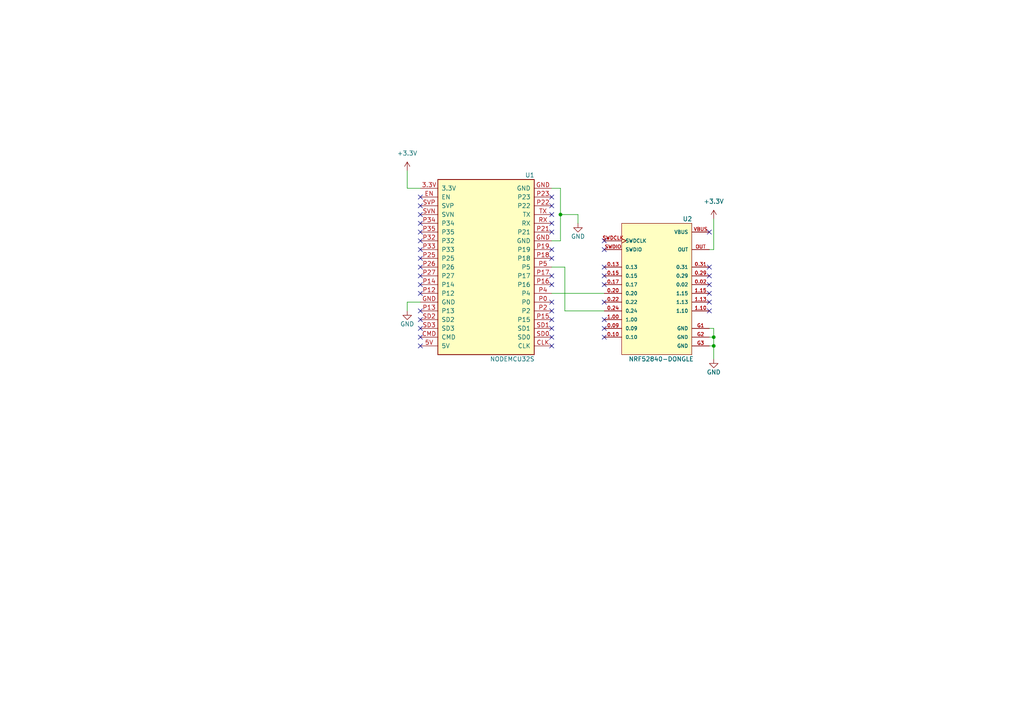
<source format=kicad_sch>
(kicad_sch (version 20211123) (generator eeschema)
  (paper "A4")
  (lib_symbols
    (symbol "NODEMCU32S:NODEMCU32S" (pin_names (offset 1.016))
      (property "Reference" "U?" (at 1.27 27.94 0))
      (property "Value" "NODEMCU32S" (at 1.27 25.4 0))
      (symbol "NODEMCU32S_0_0"
        (rectangle (start -12.7 -27.94) (end 15.24 22.86) (stroke (width 0.254)) (fill (type background)))
        (pin bidirectional line (at -17.78 -15.24 0) (length 5.08) (name "P13") (number "P13"))
        (pin bidirectional line (at 20.32 10.16 180) (length 5.08) (name "RX") (number "RX"))
        (pin bidirectional line (at -17.78 -17.78 0) (length 5.08) (name "SD2") (number "SD2"))
        (pin bidirectional line (at 20.32 12.7 180) (length 5.08) (name "TX") (number "TX"))
      )
      (symbol "NODEMCU32S_1_1"
        (pin power_in line (at -17.78 20.32 0) (length 5.08) (name "3.3V") (number "3.3V"))
        (pin power_out line (at -17.78 -25.4 0) (length 5.08) (name "5V") (number "5V"))
        (pin bidirectional line (at 20.32 -25.4 180) (length 5.08) (name "CLK") (number "CLK"))
        (pin bidirectional line (at -17.78 -22.86 0) (length 5.08) (name "CMD") (number "CMD"))
        (pin bidirectional line (at -17.78 17.78 0) (length 5.08) (name "EN") (number "EN"))
        (pin power_in line (at -17.78 -12.7 0) (length 5.08) (name "GND") (number "GND"))
        (pin power_in line (at 20.32 5.08 180) (length 5.08) (name "GND") (number "GND"))
        (pin power_in line (at 20.32 20.32 180) (length 5.08) (name "GND") (number "GND"))
        (pin bidirectional line (at 20.32 -12.7 180) (length 5.08) (name "P0") (number "P0"))
        (pin bidirectional line (at -17.78 -10.16 0) (length 5.08) (name "P12") (number "P12"))
        (pin bidirectional line (at -17.78 -7.62 0) (length 5.08) (name "P14") (number "P14"))
        (pin bidirectional line (at 20.32 -17.78 180) (length 5.08) (name "P15") (number "P15"))
        (pin bidirectional line (at 20.32 -7.62 180) (length 5.08) (name "P16") (number "P16"))
        (pin bidirectional line (at 20.32 -5.08 180) (length 5.08) (name "P17") (number "P17"))
        (pin bidirectional line (at 20.32 0 180) (length 5.08) (name "P18") (number "P18"))
        (pin bidirectional line (at 20.32 2.54 180) (length 5.08) (name "P19") (number "P19"))
        (pin bidirectional line (at 20.32 -15.24 180) (length 5.08) (name "P2") (number "P2"))
        (pin bidirectional line (at 20.32 7.62 180) (length 5.08) (name "P21") (number "P21"))
        (pin bidirectional line (at 20.32 15.24 180) (length 5.08) (name "P22") (number "P22"))
        (pin bidirectional line (at 20.32 17.78 180) (length 5.08) (name "P23") (number "P23"))
        (pin bidirectional line (at -17.78 0 0) (length 5.08) (name "P25") (number "P25"))
        (pin bidirectional line (at -17.78 -2.54 0) (length 5.08) (name "P26") (number "P26"))
        (pin bidirectional line (at -17.78 -5.08 0) (length 5.08) (name "P27") (number "P27"))
        (pin bidirectional line (at -17.78 5.08 0) (length 5.08) (name "P32") (number "P32"))
        (pin bidirectional line (at -17.78 2.54 0) (length 5.08) (name "P33") (number "P33"))
        (pin bidirectional line (at -17.78 10.16 0) (length 5.08) (name "P34") (number "P34"))
        (pin bidirectional line (at -17.78 7.62 0) (length 5.08) (name "P35") (number "P35"))
        (pin bidirectional line (at 20.32 -10.16 180) (length 5.08) (name "P4") (number "P4"))
        (pin bidirectional line (at 20.32 -2.54 180) (length 5.08) (name "P5") (number "P5"))
        (pin bidirectional line (at 20.32 -22.86 180) (length 5.08) (name "SD0") (number "SD0"))
        (pin bidirectional line (at 20.32 -20.32 180) (length 5.08) (name "SD1") (number "SD1"))
        (pin bidirectional line (at -17.78 -20.32 0) (length 5.08) (name "SD3") (number "SD3"))
        (pin bidirectional line (at -17.78 12.7 0) (length 5.08) (name "SVN") (number "SVN"))
        (pin bidirectional line (at -17.78 15.24 0) (length 5.08) (name "SVP") (number "SVP"))
      )
    )
    (symbol "NRF52840-DONGLE_1" (pin_names (offset 1.016))
      (property "Reference" "U" (at -11.43 19.05 0))
      (property "Value" "NRF52840-DONGLE_1" (at -10.16 -22.86 0))
      (symbol "NRF52840-DONGLE_1_0_0"
        (rectangle (start -11.43 17.78) (end 8.89 -20.32) (stroke (width 0.1524)) (fill (type background)))
        (pin bidirectional line (at 13.97 0 180) (length 5.08) (name "0.02") (number "0.02"))
        (pin bidirectional line (at -16.51 -12.7 0) (length 5.08) (name "0.09") (number "0.09"))
        (pin bidirectional line (at -16.51 -15.24 0) (length 5.08) (name "0.10") (number "0.10"))
        (pin bidirectional line (at -16.51 5.08 0) (length 5.08) (name "0.13") (number "0.13"))
        (pin bidirectional line (at -16.51 2.54 0) (length 5.08) (name "0.15") (number "0.15"))
        (pin bidirectional line (at -16.51 0 0) (length 5.08) (name "0.17") (number "0.17"))
        (pin bidirectional line (at -16.51 -2.54 0) (length 5.08) (name "0.20") (number "0.20"))
        (pin bidirectional line (at -16.51 -5.08 0) (length 5.08) (name "0.22") (number "0.22"))
        (pin bidirectional line (at -16.51 -7.62 0) (length 5.08) (name "0.24") (number "0.24"))
        (pin bidirectional line (at 13.97 2.54 180) (length 5.08) (name "0.29") (number "0.29"))
        (pin bidirectional line (at 13.97 5.08 180) (length 5.08) (name "0.31") (number "0.31"))
        (pin bidirectional line (at -16.51 -10.16 0) (length 5.08) (name "1.00") (number "1.00"))
        (pin bidirectional line (at 13.97 -7.62 180) (length 5.08) (name "1.10") (number "1.10"))
        (pin bidirectional line (at 13.97 -5.08 180) (length 5.08) (name "1.13") (number "1.13"))
        (pin bidirectional line (at 13.97 -2.54 180) (length 5.08) (name "1.15") (number "1.15"))
        (pin power_in line (at 13.97 -12.7 180) (length 5.08) (name "GND") (number "G1"))
        (pin power_in line (at 13.97 -15.24 180) (length 5.08) (name "GND") (number "G2"))
        (pin power_in line (at 13.97 -17.78 180) (length 5.08) (name "GND") (number "G3"))
        (pin output line (at 13.97 10.16 180) (length 5.08) (name "OUT") (number "OUT"))
        (pin input clock (at -16.51 12.7 0) (length 5.08) (name "SWDCLK") (number "SWDCLK"))
        (pin bidirectional line (at -16.51 10.16 0) (length 5.08) (name "SWDIO") (number "SWDIO"))
        (pin power_in line (at 13.97 15.24 180) (length 5.08) (name "VBUS") (number "VBUS"))
      )
    )
    (symbol "power:+3.3V" (power) (pin_names (offset 0))
      (property "Value" "+3.3V" (at 0 3.556 0))
      (symbol "+3.3V_0_1"
        (polyline (pts (xy -0.762 1.27) (xy 0 2.54)))
        (polyline (pts (xy 0 0) (xy 0 2.54)))
        (polyline (pts (xy 0 2.54) (xy 0.762 1.27)))
      )
      (symbol "+3.3V_1_1"
        (pin power_in line (at 0 0 90) (length 0) hide (name "+3.3V") (number "1"))
      )
    )
    (symbol "power:GND" (power) (pin_names (offset 0))
      (property "Value" "GND" (at 0 -3.81 0))
      (symbol "GND_0_1"
        (polyline (pts (xy 0 0) (xy 0 -1.27) (xy 1.27 -1.27) (xy 0 -2.54) (xy -1.27 -1.27) (xy 0 -1.27)))
      )
      (symbol "GND_1_1"
        (pin power_in line (at 0 0 270) (length 0) hide (name "GND") (number "1"))
      )
    )
  )
  (junction (at 207.01 100.33))
  (junction (at 207.01 97.79))
  (junction (at 162.56 62.23))
  (no_connect (at 160.02 72.39))
  (no_connect (at 121.92 97.79))
  (no_connect (at 175.26 95.25))
  (no_connect (at 175.26 80.01))
  (no_connect (at 160.02 74.93))
  (no_connect (at 205.74 77.47))
  (no_connect (at 205.74 85.09))
  (no_connect (at 121.92 74.93))
  (no_connect (at 205.74 90.17))
  (no_connect (at 121.92 80.01))
  (no_connect (at 175.26 97.79))
  (no_connect (at 121.92 69.85))
  (no_connect (at 175.26 69.85))
  (no_connect (at 160.02 80.01))
  (no_connect (at 160.02 97.79))
  (no_connect (at 121.92 72.39))
  (no_connect (at 160.02 64.77))
  (no_connect (at 205.74 82.55))
  (no_connect (at 160.02 67.31))
  (no_connect (at 160.02 62.23))
  (no_connect (at 160.02 92.71))
  (no_connect (at 121.92 95.25))
  (no_connect (at 175.26 87.63))
  (no_connect (at 175.26 92.71))
  (no_connect (at 121.92 59.69))
  (no_connect (at 160.02 87.63))
  (no_connect (at 160.02 57.15))
  (no_connect (at 205.74 87.63))
  (no_connect (at 121.92 85.09))
  (no_connect (at 121.92 67.31))
  (no_connect (at 205.74 80.01))
  (no_connect (at 121.92 77.47))
  (no_connect (at 121.92 82.55))
  (no_connect (at 175.26 72.39))
  (no_connect (at 121.92 62.23))
  (no_connect (at 160.02 82.55))
  (no_connect (at 121.92 57.15))
  (no_connect (at 160.02 95.25))
  (no_connect (at 205.74 67.31))
  (no_connect (at 121.92 92.71))
  (no_connect (at 121.92 64.77))
  (no_connect (at 121.92 100.33))
  (no_connect (at 175.26 82.55))
  (no_connect (at 175.26 77.47))
  (no_connect (at 160.02 59.69))
  (no_connect (at 160.02 100.33))
  (no_connect (at 160.02 90.17))
  (no_connect (at 121.92 90.17))
  (wire (pts (xy 160.02 85.09) (xy 175.26 85.09)))
  (wire (pts (xy 118.11 49.53) (xy 118.11 54.61)))
  (wire (pts (xy 207.01 104.14) (xy 207.01 100.33)))
  (wire (pts (xy 207.01 97.79) (xy 207.01 100.33)))
  (wire (pts (xy 207.01 63.5) (xy 207.01 72.39)))
  (wire (pts (xy 118.11 54.61) (xy 121.92 54.61)))
  (wire (pts (xy 207.01 95.25) (xy 207.01 97.79)))
  (wire (pts (xy 162.56 62.23) (xy 162.56 54.61)))
  (wire (pts (xy 163.83 77.47) (xy 160.02 77.47)))
  (wire (pts (xy 121.92 87.63) (xy 118.11 87.63)))
  (wire (pts (xy 205.74 95.25) (xy 207.01 95.25)))
  (wire (pts (xy 205.74 97.79) (xy 207.01 97.79)))
  (wire (pts (xy 162.56 62.23) (xy 167.64 62.23)))
  (wire (pts (xy 163.83 90.17) (xy 163.83 77.47)))
  (wire (pts (xy 162.56 54.61) (xy 160.02 54.61)))
  (wire (pts (xy 167.64 62.23) (xy 167.64 64.77)))
  (wire (pts (xy 163.83 90.17) (xy 175.26 90.17)))
  (wire (pts (xy 160.02 69.85) (xy 162.56 69.85)))
  (wire (pts (xy 162.56 69.85) (xy 162.56 62.23)))
  (wire (pts (xy 207.01 100.33) (xy 205.74 100.33)))
  (wire (pts (xy 118.11 87.63) (xy 118.11 90.17)))
  (wire (pts (xy 205.74 72.39) (xy 207.01 72.39)))
  (symbol (lib_id "power:GND") (at 167.64 64.77 0) (unit 1)
    (property "Reference" "#PWR03" (effects hide))
    (property "Value" "GND" (at 167.64 68.58 0))
  )
  (symbol (lib_name "NRF52840-DONGLE_1") (lib_id "NRF52840-DONGLE:NRF52840-DONGLE") (at 191.77 82.55 0) (unit 1)
    (property "Reference" "U2" (at 199.39 63.5 0))
    (property "Value" "NRF52840-DONGLE" (at 191.77 104.14 0))
    (property "Footprint" "MODULE_NRF52840-DONGLE" (effects hide))
    (property "PARTREV" "1.1" (effects hide))
    (property "STANDARD" "Manufacturer Recommendations" (effects hide))
    (property "MAXIMUM_PACKAGE_HEIGHT" "N/A" (effects hide))
    (property "MANUFACTURER" "Nordic semiconductor" (effects hide))
  )
  (symbol (lib_id "power:GND") (at 118.11 90.17 0) (unit 1)
    (property "Reference" "#PWR04" (effects hide))
    (property "Value" "GND" (at 118.11 93.98 0))
  )
  (symbol (lib_id "power:+3.3V") (at 207.01 63.5 0) (unit 1)
    (property "Reference" "#PWR02" (effects hide))
    (property "Value" "+3.3V" (at 207.01 58.42 0))
  )
  (symbol (lib_id "power:GND") (at 207.01 104.14 0) (unit 1)
    (property "Reference" "#PWR05" (effects hide))
    (property "Value" "GND" (at 207.01 107.95 0))
  )
  (symbol (lib_id "power:+3.3V") (at 118.11 49.53 0) (unit 1)
    (property "Reference" "#PWR01" (effects hide))
    (property "Value" "+3.3V" (at 118.11 44.45 0))
  )
  (symbol (lib_id "NODEMCU32S:NODEMCU32S") (at 139.7 74.93 0) (unit 1)
    (property "Reference" "U1" (at 153.67 50.8 0))
    (property "Value" "NODEMCU32S" (at 148.59 104.14 0))
    (property "Footprint" "NODEMCU32S" (effects hide))
  )
)
</source>
